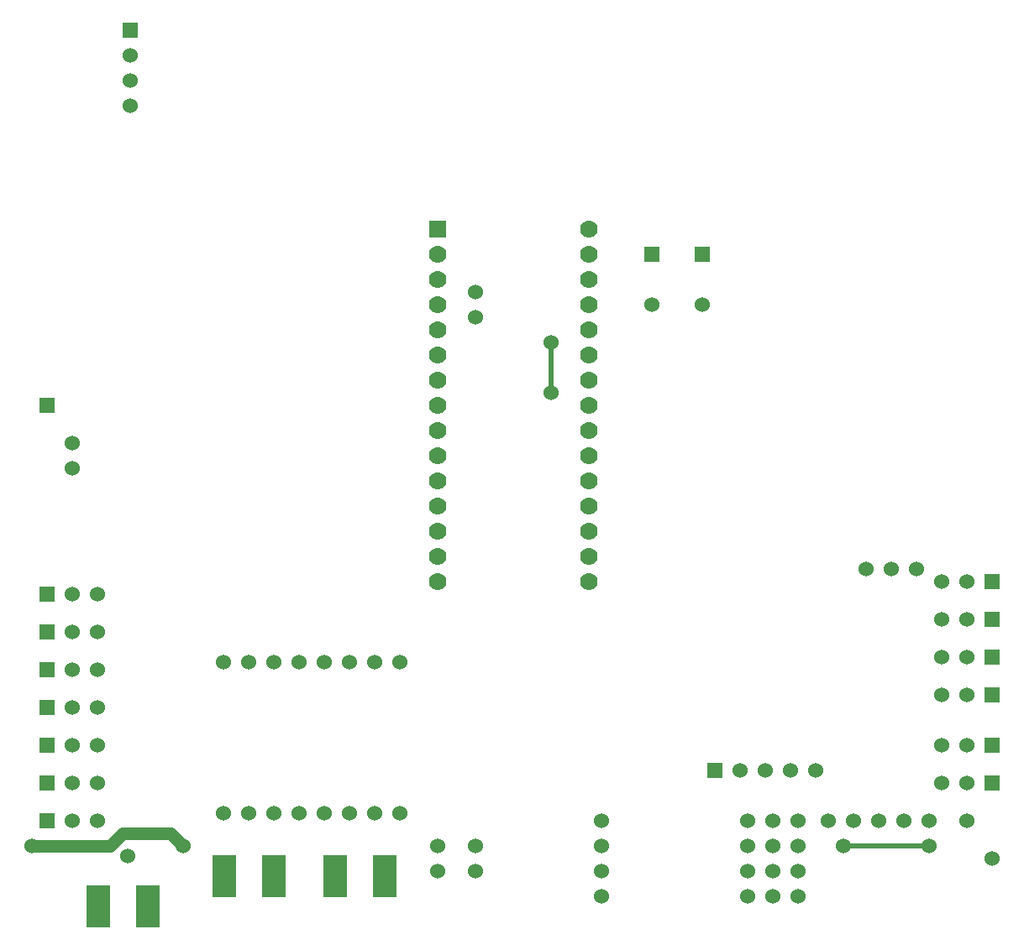
<source format=gtl>
G04 Layer: TopLayer*
G04 EasyEDA v6.5.22, 2022-11-15 12:52:14*
G04 f3081522d4404d6e965df70c81d772e4,770f52a9c06342aeb7d9f723a0e8078a,10*
G04 Gerber Generator version 0.2*
G04 Scale: 100 percent, Rotated: No, Reflected: No *
G04 Dimensions in inches *
G04 leading zeros omitted , absolute positions ,3 integer and 6 decimal *
%FSLAX36Y36*%
%MOIN*%

%ADD10C,0.0200*%
%ADD11C,0.0500*%
%ADD12R,0.0937X0.1687*%
%ADD13C,0.0600*%
%ADD14R,0.0600X0.0600*%
%ADD15R,0.0700X0.0700*%
%ADD16C,0.0700*%

%LPD*%
D10*
X3260000Y-3500000D02*
G01*
X3600000Y-3500000D01*
D11*
X40000Y-3500000D02*
G01*
X350000Y-3500000D01*
X400000Y-3450000D01*
X590000Y-3450000D01*
X640000Y-3500000D01*
D10*
X2100000Y-1700000D02*
G01*
X2100000Y-1500000D01*
D12*
G01*
X500000Y-3740000D03*
G01*
X304000Y-3740000D03*
D13*
G01*
X1650000Y-3500000D03*
G01*
X1650000Y-3600000D03*
D14*
G01*
X430000Y-260000D03*
D13*
G01*
X430000Y-360000D03*
G01*
X430000Y-460000D03*
G01*
X430000Y-560000D03*
G01*
X800000Y-3370000D03*
G01*
X900000Y-3370000D03*
G01*
X1000000Y-3370000D03*
G01*
X1100000Y-3370000D03*
G01*
X1200000Y-3370000D03*
G01*
X1300000Y-3370000D03*
G01*
X1400000Y-3370000D03*
G01*
X1500000Y-3370000D03*
G01*
X1500000Y-2770000D03*
G01*
X1400000Y-2770000D03*
G01*
X1300000Y-2770000D03*
G01*
X1200000Y-2770000D03*
G01*
X1100000Y-2770000D03*
G01*
X1000000Y-2770000D03*
G01*
X900000Y-2770000D03*
G01*
X800000Y-2770000D03*
G01*
X2300000Y-3400000D03*
G01*
X2300000Y-3500019D03*
G01*
X2300000Y-3600019D03*
G01*
X2300000Y-3700019D03*
D15*
G01*
X1650000Y-1050000D03*
D16*
G01*
X1650000Y-1150000D03*
G01*
X1650000Y-1250000D03*
G01*
X1650000Y-1350000D03*
G01*
X1650000Y-1450000D03*
G01*
X1650000Y-1550000D03*
G01*
X1650000Y-1650000D03*
G01*
X1650000Y-1750000D03*
G01*
X1650000Y-1850000D03*
G01*
X1650000Y-1950000D03*
G01*
X1650000Y-2050000D03*
G01*
X1650000Y-2150000D03*
G01*
X1650000Y-2250000D03*
G01*
X1650000Y-2350000D03*
G01*
X1650000Y-2450000D03*
G01*
X2250000Y-1050000D03*
G01*
X2250000Y-1150000D03*
G01*
X2250000Y-1250000D03*
G01*
X2250000Y-1350000D03*
G01*
X2250000Y-1450000D03*
G01*
X2250000Y-1550000D03*
G01*
X2250000Y-1650000D03*
G01*
X2250000Y-1750000D03*
G01*
X2250000Y-1850000D03*
G01*
X2250000Y-1950000D03*
G01*
X2250000Y-2050000D03*
G01*
X2250000Y-2150000D03*
G01*
X2250000Y-2250000D03*
G01*
X2250000Y-2350000D03*
G01*
X2250000Y-2450000D03*
D13*
G01*
X3150000Y-3200000D03*
G01*
X3050000Y-3200000D03*
G01*
X2950000Y-3200000D03*
G01*
X2850000Y-3200000D03*
D14*
G01*
X2750000Y-3200000D03*
G01*
X100000Y-2500000D03*
D13*
G01*
X200000Y-2500000D03*
G01*
X300000Y-2500000D03*
D14*
G01*
X100000Y-2650000D03*
D13*
G01*
X200000Y-2650000D03*
G01*
X300000Y-2650000D03*
D14*
G01*
X100000Y-2800000D03*
D13*
G01*
X200000Y-2800000D03*
G01*
X300000Y-2800000D03*
D14*
G01*
X100000Y-2950000D03*
D13*
G01*
X200000Y-2950000D03*
G01*
X300000Y-2950000D03*
D14*
G01*
X100000Y-3100000D03*
D13*
G01*
X200000Y-3100000D03*
G01*
X300000Y-3100000D03*
D14*
G01*
X100000Y-3250000D03*
D13*
G01*
X200000Y-3250000D03*
G01*
X300000Y-3250000D03*
D14*
G01*
X3850000Y-3250000D03*
D13*
G01*
X3750000Y-3250000D03*
G01*
X3650000Y-3250000D03*
D14*
G01*
X3850000Y-3100000D03*
D13*
G01*
X3750000Y-3100000D03*
G01*
X3650000Y-3100000D03*
D14*
G01*
X100000Y-3400000D03*
D13*
G01*
X200000Y-3400000D03*
G01*
X300000Y-3400000D03*
D14*
G01*
X3850000Y-2900000D03*
D13*
G01*
X3750000Y-2900000D03*
G01*
X3650000Y-2900000D03*
D14*
G01*
X3850000Y-2750000D03*
D13*
G01*
X3750000Y-2750000D03*
G01*
X3650000Y-2750000D03*
D14*
G01*
X3850000Y-2600000D03*
D13*
G01*
X3750000Y-2600000D03*
G01*
X3650000Y-2600000D03*
D14*
G01*
X3850000Y-2450000D03*
D13*
G01*
X3750000Y-2450000D03*
G01*
X3650000Y-2450000D03*
G01*
X1800000Y-3500000D03*
G01*
X1800000Y-3600000D03*
D12*
G01*
X1000000Y-3620000D03*
G01*
X804000Y-3620000D03*
G01*
X1439949Y-3619949D03*
G01*
X1243950Y-3619949D03*
D13*
G01*
X3600000Y-3400000D03*
G01*
X3500000Y-3400000D03*
G01*
X3400000Y-3400000D03*
G01*
X3300000Y-3400000D03*
G01*
X3200000Y-3400000D03*
G01*
X40000Y-3500000D03*
G01*
X640000Y-3500000D03*
G01*
X2100000Y-1500000D03*
G01*
X2100000Y-1700000D03*
G01*
X420000Y-3540000D03*
G01*
X3750000Y-3400000D03*
G01*
X3850000Y-3550000D03*
D14*
G01*
X2700000Y-1150000D03*
D13*
G01*
X2700000Y-1350000D03*
D14*
G01*
X2500000Y-1150000D03*
D13*
G01*
X2500000Y-1350000D03*
G01*
X200000Y-2000000D03*
G01*
X200000Y-1900000D03*
D14*
G01*
X100000Y-1750000D03*
D13*
G01*
X1800000Y-1300000D03*
G01*
X1800000Y-1400000D03*
G01*
X3600000Y-3500000D03*
G01*
X3260000Y-3500000D03*
G01*
X2880000Y-3700000D03*
G01*
X2880000Y-3600000D03*
G01*
X2880000Y-3500000D03*
G01*
X2880000Y-3400000D03*
G01*
X2980000Y-3400000D03*
G01*
X2980000Y-3500000D03*
G01*
X2980000Y-3600000D03*
G01*
X2980000Y-3700000D03*
G01*
X3080000Y-3400000D03*
G01*
X3080000Y-3500000D03*
G01*
X3080000Y-3600000D03*
G01*
X3080000Y-3700000D03*
G01*
X3350000Y-2400000D03*
G01*
X3450000Y-2400000D03*
G01*
X3550000Y-2400000D03*
M02*

</source>
